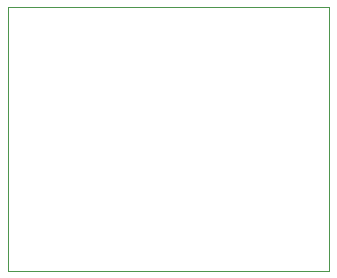
<source format=gbr>
G04 #@! TF.GenerationSoftware,KiCad,Pcbnew,(5.1.2-1)-1*
G04 #@! TF.CreationDate,2019-05-16T16:36:24-07:00*
G04 #@! TF.ProjectId,ButtonBoard,42757474-6f6e-4426-9f61-72642e6b6963,rev?*
G04 #@! TF.SameCoordinates,Original*
G04 #@! TF.FileFunction,Profile,NP*
%FSLAX46Y46*%
G04 Gerber Fmt 4.6, Leading zero omitted, Abs format (unit mm)*
G04 Created by KiCad (PCBNEW (5.1.2-1)-1) date 2019-05-16 16:36:24*
%MOMM*%
%LPD*%
G04 APERTURE LIST*
%ADD10C,0.050000*%
G04 APERTURE END LIST*
D10*
X71882000Y-47244000D02*
X99060000Y-47244000D01*
X71882000Y-69596000D02*
X71882000Y-47244000D01*
X99060000Y-69596000D02*
X71882000Y-69596000D01*
X99060000Y-47244000D02*
X99060000Y-69596000D01*
M02*

</source>
